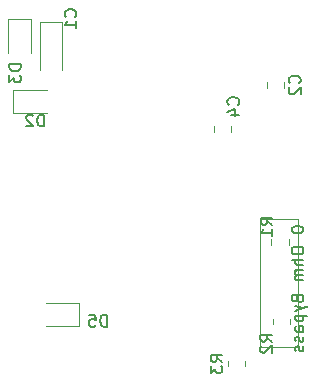
<source format=gbr>
%TF.GenerationSoftware,KiCad,Pcbnew,8.0.4*%
%TF.CreationDate,2024-08-25T20:25:00-07:00*%
%TF.ProjectId,Croissant_Offset,43726f69-7373-4616-9e74-5f4f66667365,rev?*%
%TF.SameCoordinates,Original*%
%TF.FileFunction,Legend,Bot*%
%TF.FilePolarity,Positive*%
%FSLAX46Y46*%
G04 Gerber Fmt 4.6, Leading zero omitted, Abs format (unit mm)*
G04 Created by KiCad (PCBNEW 8.0.4) date 2024-08-25 20:25:00*
%MOMM*%
%LPD*%
G01*
G04 APERTURE LIST*
%ADD10C,0.100000*%
%ADD11C,0.150000*%
%ADD12C,0.120000*%
G04 APERTURE END LIST*
D10*
X69658581Y-64315335D02*
X72913230Y-64315335D01*
X72913230Y-75196897D01*
X69658581Y-75196897D01*
X69658581Y-64315335D01*
D11*
X56738094Y-73454819D02*
X56738094Y-72454819D01*
X56738094Y-72454819D02*
X56499999Y-72454819D01*
X56499999Y-72454819D02*
X56357142Y-72502438D01*
X56357142Y-72502438D02*
X56261904Y-72597676D01*
X56261904Y-72597676D02*
X56214285Y-72692914D01*
X56214285Y-72692914D02*
X56166666Y-72883390D01*
X56166666Y-72883390D02*
X56166666Y-73026247D01*
X56166666Y-73026247D02*
X56214285Y-73216723D01*
X56214285Y-73216723D02*
X56261904Y-73311961D01*
X56261904Y-73311961D02*
X56357142Y-73407200D01*
X56357142Y-73407200D02*
X56499999Y-73454819D01*
X56499999Y-73454819D02*
X56738094Y-73454819D01*
X55261904Y-72454819D02*
X55738094Y-72454819D01*
X55738094Y-72454819D02*
X55785713Y-72931009D01*
X55785713Y-72931009D02*
X55738094Y-72883390D01*
X55738094Y-72883390D02*
X55642856Y-72835771D01*
X55642856Y-72835771D02*
X55404761Y-72835771D01*
X55404761Y-72835771D02*
X55309523Y-72883390D01*
X55309523Y-72883390D02*
X55261904Y-72931009D01*
X55261904Y-72931009D02*
X55214285Y-73026247D01*
X55214285Y-73026247D02*
X55214285Y-73264342D01*
X55214285Y-73264342D02*
X55261904Y-73359580D01*
X55261904Y-73359580D02*
X55309523Y-73407200D01*
X55309523Y-73407200D02*
X55404761Y-73454819D01*
X55404761Y-73454819D02*
X55642856Y-73454819D01*
X55642856Y-73454819D02*
X55738094Y-73407200D01*
X55738094Y-73407200D02*
X55785713Y-73359580D01*
X73039580Y-52833333D02*
X73087200Y-52785714D01*
X73087200Y-52785714D02*
X73134819Y-52642857D01*
X73134819Y-52642857D02*
X73134819Y-52547619D01*
X73134819Y-52547619D02*
X73087200Y-52404762D01*
X73087200Y-52404762D02*
X72991961Y-52309524D01*
X72991961Y-52309524D02*
X72896723Y-52261905D01*
X72896723Y-52261905D02*
X72706247Y-52214286D01*
X72706247Y-52214286D02*
X72563390Y-52214286D01*
X72563390Y-52214286D02*
X72372914Y-52261905D01*
X72372914Y-52261905D02*
X72277676Y-52309524D01*
X72277676Y-52309524D02*
X72182438Y-52404762D01*
X72182438Y-52404762D02*
X72134819Y-52547619D01*
X72134819Y-52547619D02*
X72134819Y-52642857D01*
X72134819Y-52642857D02*
X72182438Y-52785714D01*
X72182438Y-52785714D02*
X72230057Y-52833333D01*
X72230057Y-53214286D02*
X72182438Y-53261905D01*
X72182438Y-53261905D02*
X72134819Y-53357143D01*
X72134819Y-53357143D02*
X72134819Y-53595238D01*
X72134819Y-53595238D02*
X72182438Y-53690476D01*
X72182438Y-53690476D02*
X72230057Y-53738095D01*
X72230057Y-53738095D02*
X72325295Y-53785714D01*
X72325295Y-53785714D02*
X72420533Y-53785714D01*
X72420533Y-53785714D02*
X72563390Y-53738095D01*
X72563390Y-53738095D02*
X73134819Y-53166667D01*
X73134819Y-53166667D02*
X73134819Y-53785714D01*
X54066527Y-47221034D02*
X54114147Y-47173415D01*
X54114147Y-47173415D02*
X54161766Y-47030558D01*
X54161766Y-47030558D02*
X54161766Y-46935320D01*
X54161766Y-46935320D02*
X54114147Y-46792463D01*
X54114147Y-46792463D02*
X54018908Y-46697225D01*
X54018908Y-46697225D02*
X53923670Y-46649606D01*
X53923670Y-46649606D02*
X53733194Y-46601987D01*
X53733194Y-46601987D02*
X53590337Y-46601987D01*
X53590337Y-46601987D02*
X53399861Y-46649606D01*
X53399861Y-46649606D02*
X53304623Y-46697225D01*
X53304623Y-46697225D02*
X53209385Y-46792463D01*
X53209385Y-46792463D02*
X53161766Y-46935320D01*
X53161766Y-46935320D02*
X53161766Y-47030558D01*
X53161766Y-47030558D02*
X53209385Y-47173415D01*
X53209385Y-47173415D02*
X53257004Y-47221034D01*
X54161766Y-48173415D02*
X54161766Y-47601987D01*
X54161766Y-47887701D02*
X53161766Y-47887701D01*
X53161766Y-47887701D02*
X53304623Y-47792463D01*
X53304623Y-47792463D02*
X53399861Y-47697225D01*
X53399861Y-47697225D02*
X53447480Y-47601987D01*
X49454819Y-51261905D02*
X48454819Y-51261905D01*
X48454819Y-51261905D02*
X48454819Y-51500000D01*
X48454819Y-51500000D02*
X48502438Y-51642857D01*
X48502438Y-51642857D02*
X48597676Y-51738095D01*
X48597676Y-51738095D02*
X48692914Y-51785714D01*
X48692914Y-51785714D02*
X48883390Y-51833333D01*
X48883390Y-51833333D02*
X49026247Y-51833333D01*
X49026247Y-51833333D02*
X49216723Y-51785714D01*
X49216723Y-51785714D02*
X49311961Y-51738095D01*
X49311961Y-51738095D02*
X49407200Y-51642857D01*
X49407200Y-51642857D02*
X49454819Y-51500000D01*
X49454819Y-51500000D02*
X49454819Y-51261905D01*
X48454819Y-52166667D02*
X48454819Y-52785714D01*
X48454819Y-52785714D02*
X48835771Y-52452381D01*
X48835771Y-52452381D02*
X48835771Y-52595238D01*
X48835771Y-52595238D02*
X48883390Y-52690476D01*
X48883390Y-52690476D02*
X48931009Y-52738095D01*
X48931009Y-52738095D02*
X49026247Y-52785714D01*
X49026247Y-52785714D02*
X49264342Y-52785714D01*
X49264342Y-52785714D02*
X49359580Y-52738095D01*
X49359580Y-52738095D02*
X49407200Y-52690476D01*
X49407200Y-52690476D02*
X49454819Y-52595238D01*
X49454819Y-52595238D02*
X49454819Y-52309524D01*
X49454819Y-52309524D02*
X49407200Y-52214286D01*
X49407200Y-52214286D02*
X49359580Y-52166667D01*
X51419758Y-56509823D02*
X51419758Y-55509823D01*
X51419758Y-55509823D02*
X51181663Y-55509823D01*
X51181663Y-55509823D02*
X51038806Y-55557442D01*
X51038806Y-55557442D02*
X50943568Y-55652680D01*
X50943568Y-55652680D02*
X50895949Y-55747918D01*
X50895949Y-55747918D02*
X50848330Y-55938394D01*
X50848330Y-55938394D02*
X50848330Y-56081251D01*
X50848330Y-56081251D02*
X50895949Y-56271727D01*
X50895949Y-56271727D02*
X50943568Y-56366965D01*
X50943568Y-56366965D02*
X51038806Y-56462204D01*
X51038806Y-56462204D02*
X51181663Y-56509823D01*
X51181663Y-56509823D02*
X51419758Y-56509823D01*
X50467377Y-55605061D02*
X50419758Y-55557442D01*
X50419758Y-55557442D02*
X50324520Y-55509823D01*
X50324520Y-55509823D02*
X50086425Y-55509823D01*
X50086425Y-55509823D02*
X49991187Y-55557442D01*
X49991187Y-55557442D02*
X49943568Y-55605061D01*
X49943568Y-55605061D02*
X49895949Y-55700299D01*
X49895949Y-55700299D02*
X49895949Y-55795537D01*
X49895949Y-55795537D02*
X49943568Y-55938394D01*
X49943568Y-55938394D02*
X50514996Y-56509823D01*
X50514996Y-56509823D02*
X49895949Y-56509823D01*
X66523268Y-76433489D02*
X66047077Y-76100156D01*
X66523268Y-75862061D02*
X65523268Y-75862061D01*
X65523268Y-75862061D02*
X65523268Y-76243013D01*
X65523268Y-76243013D02*
X65570887Y-76338251D01*
X65570887Y-76338251D02*
X65618506Y-76385870D01*
X65618506Y-76385870D02*
X65713744Y-76433489D01*
X65713744Y-76433489D02*
X65856601Y-76433489D01*
X65856601Y-76433489D02*
X65951839Y-76385870D01*
X65951839Y-76385870D02*
X65999458Y-76338251D01*
X65999458Y-76338251D02*
X66047077Y-76243013D01*
X66047077Y-76243013D02*
X66047077Y-75862061D01*
X65523268Y-76766823D02*
X65523268Y-77385870D01*
X65523268Y-77385870D02*
X65904220Y-77052537D01*
X65904220Y-77052537D02*
X65904220Y-77195394D01*
X65904220Y-77195394D02*
X65951839Y-77290632D01*
X65951839Y-77290632D02*
X65999458Y-77338251D01*
X65999458Y-77338251D02*
X66094696Y-77385870D01*
X66094696Y-77385870D02*
X66332791Y-77385870D01*
X66332791Y-77385870D02*
X66428029Y-77338251D01*
X66428029Y-77338251D02*
X66475649Y-77290632D01*
X66475649Y-77290632D02*
X66523268Y-77195394D01*
X66523268Y-77195394D02*
X66523268Y-76909680D01*
X66523268Y-76909680D02*
X66475649Y-76814442D01*
X66475649Y-76814442D02*
X66428029Y-76766823D01*
X70754420Y-64837021D02*
X70278229Y-64503688D01*
X70754420Y-64265593D02*
X69754420Y-64265593D01*
X69754420Y-64265593D02*
X69754420Y-64646545D01*
X69754420Y-64646545D02*
X69802039Y-64741783D01*
X69802039Y-64741783D02*
X69849658Y-64789402D01*
X69849658Y-64789402D02*
X69944896Y-64837021D01*
X69944896Y-64837021D02*
X70087753Y-64837021D01*
X70087753Y-64837021D02*
X70182991Y-64789402D01*
X70182991Y-64789402D02*
X70230610Y-64741783D01*
X70230610Y-64741783D02*
X70278229Y-64646545D01*
X70278229Y-64646545D02*
X70278229Y-64265593D01*
X70754420Y-65789402D02*
X70754420Y-65217974D01*
X70754420Y-65503688D02*
X69754420Y-65503688D01*
X69754420Y-65503688D02*
X69897277Y-65408450D01*
X69897277Y-65408450D02*
X69992515Y-65313212D01*
X69992515Y-65313212D02*
X70040134Y-65217974D01*
X70731741Y-74722197D02*
X70255550Y-74388864D01*
X70731741Y-74150769D02*
X69731741Y-74150769D01*
X69731741Y-74150769D02*
X69731741Y-74531721D01*
X69731741Y-74531721D02*
X69779360Y-74626959D01*
X69779360Y-74626959D02*
X69826979Y-74674578D01*
X69826979Y-74674578D02*
X69922217Y-74722197D01*
X69922217Y-74722197D02*
X70065074Y-74722197D01*
X70065074Y-74722197D02*
X70160312Y-74674578D01*
X70160312Y-74674578D02*
X70207931Y-74626959D01*
X70207931Y-74626959D02*
X70255550Y-74531721D01*
X70255550Y-74531721D02*
X70255550Y-74150769D01*
X69826979Y-75103150D02*
X69779360Y-75150769D01*
X69779360Y-75150769D02*
X69731741Y-75246007D01*
X69731741Y-75246007D02*
X69731741Y-75484102D01*
X69731741Y-75484102D02*
X69779360Y-75579340D01*
X69779360Y-75579340D02*
X69826979Y-75626959D01*
X69826979Y-75626959D02*
X69922217Y-75674578D01*
X69922217Y-75674578D02*
X70017455Y-75674578D01*
X70017455Y-75674578D02*
X70160312Y-75626959D01*
X70160312Y-75626959D02*
X70731741Y-75055531D01*
X70731741Y-75055531D02*
X70731741Y-75674578D01*
X72368049Y-65208496D02*
X72368049Y-65303734D01*
X72368049Y-65303734D02*
X72415668Y-65398972D01*
X72415668Y-65398972D02*
X72463287Y-65446591D01*
X72463287Y-65446591D02*
X72558525Y-65494210D01*
X72558525Y-65494210D02*
X72749001Y-65541829D01*
X72749001Y-65541829D02*
X72987096Y-65541829D01*
X72987096Y-65541829D02*
X73177572Y-65494210D01*
X73177572Y-65494210D02*
X73272810Y-65446591D01*
X73272810Y-65446591D02*
X73320430Y-65398972D01*
X73320430Y-65398972D02*
X73368049Y-65303734D01*
X73368049Y-65303734D02*
X73368049Y-65208496D01*
X73368049Y-65208496D02*
X73320430Y-65113258D01*
X73320430Y-65113258D02*
X73272810Y-65065639D01*
X73272810Y-65065639D02*
X73177572Y-65018020D01*
X73177572Y-65018020D02*
X72987096Y-64970401D01*
X72987096Y-64970401D02*
X72749001Y-64970401D01*
X72749001Y-64970401D02*
X72558525Y-65018020D01*
X72558525Y-65018020D02*
X72463287Y-65065639D01*
X72463287Y-65065639D02*
X72415668Y-65113258D01*
X72415668Y-65113258D02*
X72368049Y-65208496D01*
X72368049Y-66922782D02*
X72368049Y-67113258D01*
X72368049Y-67113258D02*
X72415668Y-67208496D01*
X72415668Y-67208496D02*
X72510906Y-67303734D01*
X72510906Y-67303734D02*
X72701382Y-67351353D01*
X72701382Y-67351353D02*
X73034715Y-67351353D01*
X73034715Y-67351353D02*
X73225191Y-67303734D01*
X73225191Y-67303734D02*
X73320430Y-67208496D01*
X73320430Y-67208496D02*
X73368049Y-67113258D01*
X73368049Y-67113258D02*
X73368049Y-66922782D01*
X73368049Y-66922782D02*
X73320430Y-66827544D01*
X73320430Y-66827544D02*
X73225191Y-66732306D01*
X73225191Y-66732306D02*
X73034715Y-66684687D01*
X73034715Y-66684687D02*
X72701382Y-66684687D01*
X72701382Y-66684687D02*
X72510906Y-66732306D01*
X72510906Y-66732306D02*
X72415668Y-66827544D01*
X72415668Y-66827544D02*
X72368049Y-66922782D01*
X73368049Y-67779925D02*
X72368049Y-67779925D01*
X73368049Y-68208496D02*
X72844239Y-68208496D01*
X72844239Y-68208496D02*
X72749001Y-68160877D01*
X72749001Y-68160877D02*
X72701382Y-68065639D01*
X72701382Y-68065639D02*
X72701382Y-67922782D01*
X72701382Y-67922782D02*
X72749001Y-67827544D01*
X72749001Y-67827544D02*
X72796620Y-67779925D01*
X73368049Y-68684687D02*
X72701382Y-68684687D01*
X72796620Y-68684687D02*
X72749001Y-68732306D01*
X72749001Y-68732306D02*
X72701382Y-68827544D01*
X72701382Y-68827544D02*
X72701382Y-68970401D01*
X72701382Y-68970401D02*
X72749001Y-69065639D01*
X72749001Y-69065639D02*
X72844239Y-69113258D01*
X72844239Y-69113258D02*
X73368049Y-69113258D01*
X72844239Y-69113258D02*
X72749001Y-69160877D01*
X72749001Y-69160877D02*
X72701382Y-69256115D01*
X72701382Y-69256115D02*
X72701382Y-69398972D01*
X72701382Y-69398972D02*
X72749001Y-69494211D01*
X72749001Y-69494211D02*
X72844239Y-69541830D01*
X72844239Y-69541830D02*
X73368049Y-69541830D01*
X72844239Y-71113258D02*
X72891858Y-71256115D01*
X72891858Y-71256115D02*
X72939477Y-71303734D01*
X72939477Y-71303734D02*
X73034715Y-71351353D01*
X73034715Y-71351353D02*
X73177572Y-71351353D01*
X73177572Y-71351353D02*
X73272810Y-71303734D01*
X73272810Y-71303734D02*
X73320430Y-71256115D01*
X73320430Y-71256115D02*
X73368049Y-71160877D01*
X73368049Y-71160877D02*
X73368049Y-70779925D01*
X73368049Y-70779925D02*
X72368049Y-70779925D01*
X72368049Y-70779925D02*
X72368049Y-71113258D01*
X72368049Y-71113258D02*
X72415668Y-71208496D01*
X72415668Y-71208496D02*
X72463287Y-71256115D01*
X72463287Y-71256115D02*
X72558525Y-71303734D01*
X72558525Y-71303734D02*
X72653763Y-71303734D01*
X72653763Y-71303734D02*
X72749001Y-71256115D01*
X72749001Y-71256115D02*
X72796620Y-71208496D01*
X72796620Y-71208496D02*
X72844239Y-71113258D01*
X72844239Y-71113258D02*
X72844239Y-70779925D01*
X72701382Y-71684687D02*
X73368049Y-71922782D01*
X72701382Y-72160877D02*
X73368049Y-71922782D01*
X73368049Y-71922782D02*
X73606144Y-71827544D01*
X73606144Y-71827544D02*
X73653763Y-71779925D01*
X73653763Y-71779925D02*
X73701382Y-71684687D01*
X72701382Y-72541830D02*
X73701382Y-72541830D01*
X72749001Y-72541830D02*
X72701382Y-72637068D01*
X72701382Y-72637068D02*
X72701382Y-72827544D01*
X72701382Y-72827544D02*
X72749001Y-72922782D01*
X72749001Y-72922782D02*
X72796620Y-72970401D01*
X72796620Y-72970401D02*
X72891858Y-73018020D01*
X72891858Y-73018020D02*
X73177572Y-73018020D01*
X73177572Y-73018020D02*
X73272810Y-72970401D01*
X73272810Y-72970401D02*
X73320430Y-72922782D01*
X73320430Y-72922782D02*
X73368049Y-72827544D01*
X73368049Y-72827544D02*
X73368049Y-72637068D01*
X73368049Y-72637068D02*
X73320430Y-72541830D01*
X73368049Y-73875163D02*
X72844239Y-73875163D01*
X72844239Y-73875163D02*
X72749001Y-73827544D01*
X72749001Y-73827544D02*
X72701382Y-73732306D01*
X72701382Y-73732306D02*
X72701382Y-73541830D01*
X72701382Y-73541830D02*
X72749001Y-73446592D01*
X73320430Y-73875163D02*
X73368049Y-73779925D01*
X73368049Y-73779925D02*
X73368049Y-73541830D01*
X73368049Y-73541830D02*
X73320430Y-73446592D01*
X73320430Y-73446592D02*
X73225191Y-73398973D01*
X73225191Y-73398973D02*
X73129953Y-73398973D01*
X73129953Y-73398973D02*
X73034715Y-73446592D01*
X73034715Y-73446592D02*
X72987096Y-73541830D01*
X72987096Y-73541830D02*
X72987096Y-73779925D01*
X72987096Y-73779925D02*
X72939477Y-73875163D01*
X73320430Y-74303735D02*
X73368049Y-74398973D01*
X73368049Y-74398973D02*
X73368049Y-74589449D01*
X73368049Y-74589449D02*
X73320430Y-74684687D01*
X73320430Y-74684687D02*
X73225191Y-74732306D01*
X73225191Y-74732306D02*
X73177572Y-74732306D01*
X73177572Y-74732306D02*
X73082334Y-74684687D01*
X73082334Y-74684687D02*
X73034715Y-74589449D01*
X73034715Y-74589449D02*
X73034715Y-74446592D01*
X73034715Y-74446592D02*
X72987096Y-74351354D01*
X72987096Y-74351354D02*
X72891858Y-74303735D01*
X72891858Y-74303735D02*
X72844239Y-74303735D01*
X72844239Y-74303735D02*
X72749001Y-74351354D01*
X72749001Y-74351354D02*
X72701382Y-74446592D01*
X72701382Y-74446592D02*
X72701382Y-74589449D01*
X72701382Y-74589449D02*
X72749001Y-74684687D01*
X73320430Y-75113259D02*
X73368049Y-75208497D01*
X73368049Y-75208497D02*
X73368049Y-75398973D01*
X73368049Y-75398973D02*
X73320430Y-75494211D01*
X73320430Y-75494211D02*
X73225191Y-75541830D01*
X73225191Y-75541830D02*
X73177572Y-75541830D01*
X73177572Y-75541830D02*
X73082334Y-75494211D01*
X73082334Y-75494211D02*
X73034715Y-75398973D01*
X73034715Y-75398973D02*
X73034715Y-75256116D01*
X73034715Y-75256116D02*
X72987096Y-75160878D01*
X72987096Y-75160878D02*
X72891858Y-75113259D01*
X72891858Y-75113259D02*
X72844239Y-75113259D01*
X72844239Y-75113259D02*
X72749001Y-75160878D01*
X72749001Y-75160878D02*
X72701382Y-75256116D01*
X72701382Y-75256116D02*
X72701382Y-75398973D01*
X72701382Y-75398973D02*
X72749001Y-75494211D01*
X67846692Y-54669395D02*
X67894312Y-54621776D01*
X67894312Y-54621776D02*
X67941931Y-54478919D01*
X67941931Y-54478919D02*
X67941931Y-54383681D01*
X67941931Y-54383681D02*
X67894312Y-54240824D01*
X67894312Y-54240824D02*
X67799073Y-54145586D01*
X67799073Y-54145586D02*
X67703835Y-54097967D01*
X67703835Y-54097967D02*
X67513359Y-54050348D01*
X67513359Y-54050348D02*
X67370502Y-54050348D01*
X67370502Y-54050348D02*
X67180026Y-54097967D01*
X67180026Y-54097967D02*
X67084788Y-54145586D01*
X67084788Y-54145586D02*
X66989550Y-54240824D01*
X66989550Y-54240824D02*
X66941931Y-54383681D01*
X66941931Y-54383681D02*
X66941931Y-54478919D01*
X66941931Y-54478919D02*
X66989550Y-54621776D01*
X66989550Y-54621776D02*
X67037169Y-54669395D01*
X67275264Y-55526538D02*
X67941931Y-55526538D01*
X66894312Y-55288443D02*
X67608597Y-55050348D01*
X67608597Y-55050348D02*
X67608597Y-55669395D01*
D12*
%TO.C,D5*%
X51544020Y-73420861D02*
X54404020Y-73420861D01*
X54404020Y-71500861D02*
X51544020Y-71500861D01*
X54404020Y-73420861D02*
X54404020Y-71500861D01*
%TO.C,C2*%
X70265000Y-52738748D02*
X70265000Y-53261252D01*
X71735000Y-52738748D02*
X71735000Y-53261252D01*
%TO.C,C1*%
X51060534Y-47636528D02*
X51060534Y-51721528D01*
X52930534Y-47636528D02*
X51060534Y-47636528D01*
X52930534Y-51721528D02*
X52930534Y-47636528D01*
%TO.C,D3*%
X48382599Y-47413883D02*
X48382599Y-50273883D01*
X50302599Y-47413883D02*
X48382599Y-47413883D01*
X50302599Y-50273883D02*
X50302599Y-47413883D01*
%TO.C,D2*%
X48821664Y-53445004D02*
X48821664Y-55365004D01*
X48821664Y-55365004D02*
X51681664Y-55365004D01*
X51681664Y-53445004D02*
X48821664Y-53445004D01*
%TO.C,R3*%
X66983449Y-76827220D02*
X66983449Y-76373092D01*
X68453449Y-76827220D02*
X68453449Y-76373092D01*
%TO.C,R1*%
X70643594Y-66082773D02*
X70643594Y-66536901D01*
X72113594Y-66082773D02*
X72113594Y-66536901D01*
%TO.C,R2*%
X70771398Y-73242838D02*
X70771398Y-72788710D01*
X72241398Y-73242838D02*
X72241398Y-72788710D01*
%TO.C,C4*%
X65772112Y-56977314D02*
X65772112Y-56454810D01*
X67242112Y-56977314D02*
X67242112Y-56454810D01*
%TD*%
M02*

</source>
